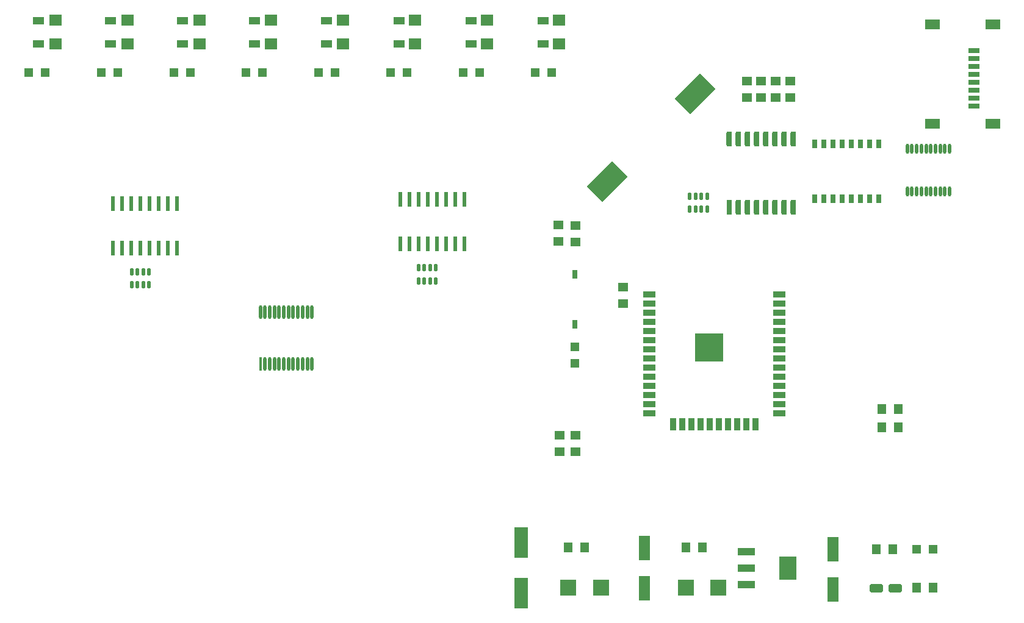
<source format=gtp>
G04 Layer_Color=8421504*
%FSTAX24Y24*%
%MOIN*%
G70*
G01*
G75*
%ADD10R,0.0180X0.0770*%
%ADD11O,0.0180X0.0770*%
%ADD12O,0.0177X0.0551*%
%ADD13R,0.0299X0.0500*%
%ADD14R,0.0650X0.0600*%
%ADD15R,0.0300X0.0800*%
G04:AMPARAMS|DCode=16|XSize=30mil|YSize=80mil|CornerRadius=7.5mil|HoleSize=0mil|Usage=FLASHONLY|Rotation=180.000|XOffset=0mil|YOffset=0mil|HoleType=Round|Shape=RoundedRectangle|*
%AMROUNDEDRECTD16*
21,1,0.0300,0.0650,0,0,180.0*
21,1,0.0150,0.0800,0,0,180.0*
1,1,0.0150,-0.0075,0.0325*
1,1,0.0150,0.0075,0.0325*
1,1,0.0150,0.0075,-0.0325*
1,1,0.0150,-0.0075,-0.0325*
%
%ADD16ROUNDEDRECTD16*%
%ADD17R,0.0315X0.0472*%
G04:AMPARAMS|DCode=18|XSize=37.4mil|YSize=19.7mil|CornerRadius=2.5mil|HoleSize=0mil|Usage=FLASHONLY|Rotation=90.000|XOffset=0mil|YOffset=0mil|HoleType=Round|Shape=RoundedRectangle|*
%AMROUNDEDRECTD18*
21,1,0.0374,0.0148,0,0,90.0*
21,1,0.0325,0.0197,0,0,90.0*
1,1,0.0049,0.0074,0.0162*
1,1,0.0049,0.0074,-0.0162*
1,1,0.0049,-0.0074,-0.0162*
1,1,0.0049,-0.0074,0.0162*
%
%ADD18ROUNDEDRECTD18*%
%ADD19R,0.0550X0.0500*%
%ADD20R,0.0236X0.0787*%
%ADD21R,0.0500X0.0500*%
%ADD22R,0.0945X0.1299*%
%ADD23R,0.0945X0.0394*%
G04:AMPARAMS|DCode=24|XSize=67mil|YSize=36mil|CornerRadius=4mil|HoleSize=0mil|Usage=FLASHONLY|Rotation=180.000|XOffset=0mil|YOffset=0mil|HoleType=Round|Shape=RoundedRectangle|*
%AMROUNDEDRECTD24*
21,1,0.0670,0.0281,0,0,180.0*
21,1,0.0591,0.0360,0,0,180.0*
1,1,0.0079,-0.0295,0.0140*
1,1,0.0079,0.0295,0.0140*
1,1,0.0079,0.0295,-0.0140*
1,1,0.0079,-0.0295,-0.0140*
%
%ADD24ROUNDEDRECTD24*%
G04:AMPARAMS|DCode=25|XSize=67mil|YSize=36mil|CornerRadius=4mil|HoleSize=0mil|Usage=FLASHONLY|Rotation=90.000|XOffset=0mil|YOffset=0mil|HoleType=Round|Shape=RoundedRectangle|*
%AMROUNDEDRECTD25*
21,1,0.0670,0.0281,0,0,90.0*
21,1,0.0591,0.0360,0,0,90.0*
1,1,0.0079,0.0140,0.0295*
1,1,0.0079,0.0140,-0.0295*
1,1,0.0079,-0.0140,-0.0295*
1,1,0.0079,-0.0140,0.0295*
%
%ADD25ROUNDEDRECTD25*%
%ADD26R,0.1580X0.1580*%
%ADD27R,0.0600X0.0394*%
%ADD28R,0.0600X0.0394*%
%ADD29R,0.0906X0.0906*%
%ADD30R,0.0630X0.1378*%
G04:AMPARAMS|DCode=31|XSize=70.9mil|YSize=47.2mil|CornerRadius=5.9mil|HoleSize=0mil|Usage=FLASHONLY|Rotation=0.000|XOffset=0mil|YOffset=0mil|HoleType=Round|Shape=RoundedRectangle|*
%AMROUNDEDRECTD31*
21,1,0.0709,0.0354,0,0,0.0*
21,1,0.0591,0.0472,0,0,0.0*
1,1,0.0118,0.0295,-0.0177*
1,1,0.0118,-0.0295,-0.0177*
1,1,0.0118,-0.0295,0.0177*
1,1,0.0118,0.0295,0.0177*
%
%ADD31ROUNDEDRECTD31*%
%ADD32R,0.0748X0.1654*%
G04:AMPARAMS|DCode=33|XSize=118.1mil|YSize=196.9mil|CornerRadius=0mil|HoleSize=0mil|Usage=FLASHONLY|Rotation=315.000|XOffset=0mil|YOffset=0mil|HoleType=Round|Shape=Rectangle|*
%AMROTATEDRECTD33*
4,1,4,-0.1114,-0.0278,0.0278,0.1114,0.1114,0.0278,-0.0278,-0.1114,-0.1114,-0.0278,0.0*
%
%ADD33ROTATEDRECTD33*%

%ADD34R,0.0500X0.0550*%
%ADD35R,0.0500X0.0500*%
%ADD36R,0.0591X0.0315*%
%ADD37R,0.0787X0.0571*%
D10*
X213223Y161963D02*
D03*
D11*
X213478D02*
D03*
X213734D02*
D03*
X21399D02*
D03*
X214246D02*
D03*
X214502D02*
D03*
X214758D02*
D03*
X215014D02*
D03*
X21527D02*
D03*
X215526D02*
D03*
X215782D02*
D03*
X216037D02*
D03*
X213223Y164797D02*
D03*
X213478D02*
D03*
X213734D02*
D03*
X21399D02*
D03*
X214246D02*
D03*
X214502D02*
D03*
X214758D02*
D03*
X215014D02*
D03*
X21527Y164797D02*
D03*
X215526Y164797D02*
D03*
X215782Y164797D02*
D03*
X216037Y164797D02*
D03*
D12*
X250862Y173711D02*
D03*
X250606D02*
D03*
X25035D02*
D03*
X250094D02*
D03*
X249838D02*
D03*
X249582D02*
D03*
X249326D02*
D03*
X24907D02*
D03*
X248814D02*
D03*
X248558D02*
D03*
X250862Y171389D02*
D03*
X250606D02*
D03*
X25035D02*
D03*
X250094D02*
D03*
X249838D02*
D03*
X249582D02*
D03*
X249326D02*
D03*
X24907D02*
D03*
X248814D02*
D03*
X248558D02*
D03*
D13*
X24699Y17098D02*
D03*
X24649D02*
D03*
X24599D02*
D03*
X24549D02*
D03*
X24399D02*
D03*
X24349D02*
D03*
X24449D02*
D03*
X24499D02*
D03*
X24399Y17398D02*
D03*
X24349D02*
D03*
X24449D02*
D03*
X24699D02*
D03*
X24649D02*
D03*
X24599D02*
D03*
X24549D02*
D03*
X24499D02*
D03*
D14*
X22954Y18077D02*
D03*
Y17947D02*
D03*
X20202Y18077D02*
D03*
Y17947D02*
D03*
X205951Y18077D02*
D03*
Y17947D02*
D03*
X209883Y18077D02*
D03*
Y17947D02*
D03*
X213814Y18077D02*
D03*
Y17947D02*
D03*
X217746Y18077D02*
D03*
Y17947D02*
D03*
X221677Y18077D02*
D03*
Y17947D02*
D03*
X225609Y18077D02*
D03*
Y17947D02*
D03*
D15*
X23882Y17053D02*
D03*
D16*
X23932D02*
D03*
X23982D02*
D03*
X24032Y17053D02*
D03*
X24082Y17053D02*
D03*
X24132D02*
D03*
X24182D02*
D03*
X24232D02*
D03*
X23882Y17425D02*
D03*
X23932D02*
D03*
X23982D02*
D03*
X24032Y17425D02*
D03*
X24082Y17425D02*
D03*
X24132D02*
D03*
X24182D02*
D03*
X24232D02*
D03*
D17*
X23039Y166868D02*
D03*
Y164112D02*
D03*
D18*
X237622Y170416D02*
D03*
X237307D02*
D03*
X236993D02*
D03*
X236678D02*
D03*
Y171124D02*
D03*
X236993D02*
D03*
X237307D02*
D03*
X237622Y171124D02*
D03*
X221858Y167214D02*
D03*
X222173D02*
D03*
X222487D02*
D03*
X222802D02*
D03*
Y166506D02*
D03*
X222487D02*
D03*
X222173D02*
D03*
X221858D02*
D03*
X206198Y166994D02*
D03*
X206513D02*
D03*
X206827D02*
D03*
X207142D02*
D03*
Y166286D02*
D03*
X206827D02*
D03*
X206513D02*
D03*
X206198D02*
D03*
D19*
X22955Y15805D02*
D03*
Y15715D02*
D03*
X23304Y16617D02*
D03*
Y16527D02*
D03*
X2295Y16866D02*
D03*
Y16956D02*
D03*
X23979Y17654D02*
D03*
Y17744D02*
D03*
X24217Y17743D02*
D03*
Y17653D02*
D03*
X24058Y17654D02*
D03*
Y17744D02*
D03*
X24138Y17743D02*
D03*
Y17653D02*
D03*
X23042Y16864D02*
D03*
Y16954D02*
D03*
X23044Y15715D02*
D03*
Y15805D02*
D03*
D20*
X22436Y17095D02*
D03*
X22386D02*
D03*
X22336D02*
D03*
X22286D02*
D03*
X22236D02*
D03*
X22186D02*
D03*
X22136D02*
D03*
X22086D02*
D03*
X22436Y16851D02*
D03*
X22386D02*
D03*
X22336D02*
D03*
X22286D02*
D03*
X22236D02*
D03*
X22186D02*
D03*
X22136D02*
D03*
X22086D02*
D03*
X20867Y17073D02*
D03*
X20817D02*
D03*
X20767D02*
D03*
X20717D02*
D03*
X20667D02*
D03*
X20617D02*
D03*
X20567D02*
D03*
X20517D02*
D03*
X20867Y16829D02*
D03*
X20817D02*
D03*
X20767D02*
D03*
X20717D02*
D03*
X20667D02*
D03*
X20617D02*
D03*
X20567D02*
D03*
X20517D02*
D03*
D21*
X22824Y17789D02*
D03*
X22914D02*
D03*
X20058D02*
D03*
X20148D02*
D03*
X204531D02*
D03*
X205431D02*
D03*
X208483D02*
D03*
X209383D02*
D03*
X212434D02*
D03*
X213334D02*
D03*
X216386D02*
D03*
X217286D02*
D03*
X220337D02*
D03*
X221237D02*
D03*
X224289D02*
D03*
X225189D02*
D03*
X24997Y15183D02*
D03*
X24907Y15183D02*
D03*
D22*
X242042Y15079D02*
D03*
D23*
X239758Y149884D02*
D03*
Y15079D02*
D03*
X239758Y151696D02*
D03*
D24*
X24155Y16576D02*
D03*
Y16526D02*
D03*
Y16476D02*
D03*
Y16426D02*
D03*
X24155Y16376D02*
D03*
X24155Y16326D02*
D03*
Y16276D02*
D03*
Y16226D02*
D03*
Y16176D02*
D03*
X24155Y16126D02*
D03*
X24155Y16076D02*
D03*
Y16026D02*
D03*
Y15976D02*
D03*
Y15926D02*
D03*
X234457D02*
D03*
X234457Y15976D02*
D03*
Y16026D02*
D03*
Y16076D02*
D03*
Y16126D02*
D03*
X234457Y16176D02*
D03*
X234457Y16226D02*
D03*
Y16276D02*
D03*
X234457Y16326D02*
D03*
X234457Y16376D02*
D03*
Y16426D02*
D03*
Y16476D02*
D03*
Y16526D02*
D03*
X234457Y16576D02*
D03*
D25*
X24025Y158669D02*
D03*
X23975D02*
D03*
X23925D02*
D03*
X23875D02*
D03*
X23825D02*
D03*
X23775D02*
D03*
X23725D02*
D03*
X23675D02*
D03*
X23625D02*
D03*
X23575D02*
D03*
D26*
X237724Y16285D02*
D03*
D27*
X22866Y17946D02*
D03*
X20109D02*
D03*
X205029D02*
D03*
X208967D02*
D03*
X212906D02*
D03*
X216844D02*
D03*
X220783D02*
D03*
X224721D02*
D03*
D28*
X22866Y18072D02*
D03*
X20109D02*
D03*
X205029D02*
D03*
X208967D02*
D03*
X212906D02*
D03*
X216844D02*
D03*
X220783D02*
D03*
X224721D02*
D03*
D29*
X231816Y14974D02*
D03*
X230044D02*
D03*
X238236Y14974D02*
D03*
X236464D02*
D03*
D30*
X24449Y149638D02*
D03*
Y151842D02*
D03*
X23421Y149678D02*
D03*
Y151882D02*
D03*
D31*
X246858Y14969D02*
D03*
X247882D02*
D03*
D32*
X22747Y152188D02*
D03*
X22747Y149432D02*
D03*
D33*
X23217Y171934D02*
D03*
X236958Y176722D02*
D03*
D34*
X24996Y14971D02*
D03*
X24906D02*
D03*
X24717Y15948D02*
D03*
X24807D02*
D03*
X24717Y1585D02*
D03*
X24807D02*
D03*
X24775Y15184D02*
D03*
X24685Y15184D02*
D03*
X23093Y15194D02*
D03*
X23003D02*
D03*
X23647Y15191D02*
D03*
X23737D02*
D03*
D35*
X2304Y16288D02*
D03*
Y16198D02*
D03*
D36*
X252203Y179099D02*
D03*
Y178666D02*
D03*
Y178233D02*
D03*
Y1778D02*
D03*
Y177367D02*
D03*
Y176934D02*
D03*
Y176501D02*
D03*
Y176068D02*
D03*
D37*
X249939Y175103D02*
D03*
Y180517D02*
D03*
X253226Y175103D02*
D03*
Y180517D02*
D03*
M02*

</source>
